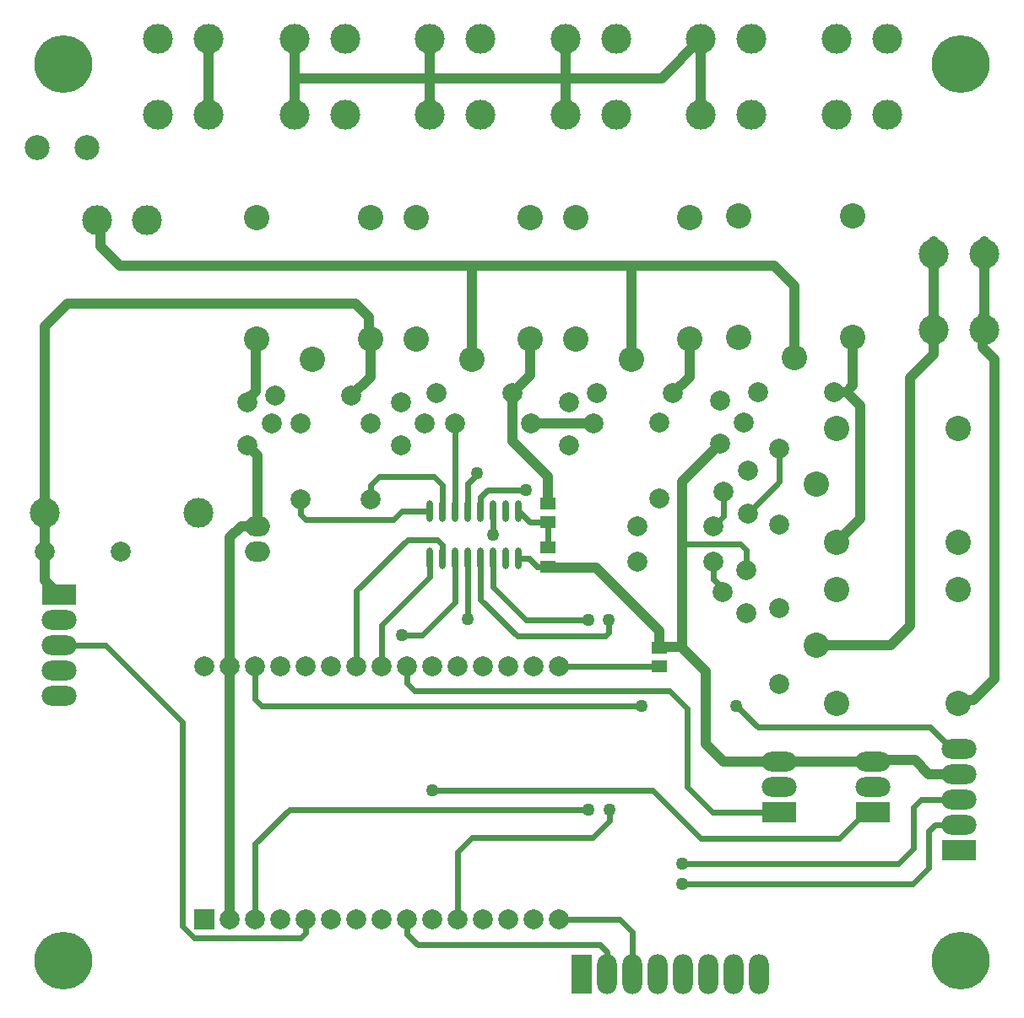
<source format=gbr>
G04*
G04 #@! TF.GenerationSoftware,Altium Limited,Altium Designer,24.3.1 (35)*
G04*
G04 Layer_Physical_Order=1*
G04 Layer_Color=255*
%FSLAX25Y25*%
%MOIN*%
G70*
G04*
G04 #@! TF.SameCoordinates,46AF65BB-AA63-4F94-AAD3-FE113F2D5473*
G04*
G04*
G04 #@! TF.FilePolarity,Positive*
G04*
G01*
G75*
%ADD19O,0.02362X0.08661*%
%ADD20R,0.05906X0.05118*%
%ADD37C,0.02362*%
%ADD38C,0.03937*%
%ADD39C,0.07874*%
%ADD40R,0.07874X0.07874*%
%ADD41C,0.11811*%
%ADD42C,0.10000*%
%ADD43O,0.09843X0.07874*%
%ADD44O,0.13780X0.07874*%
%ADD45R,0.13780X0.07874*%
%ADD46O,0.07874X0.15748*%
%ADD47R,0.07874X0.15748*%
%ADD48O,0.07874X0.15748*%
%ADD49C,0.09843*%
%ADD50C,0.22835*%
%ADD51C,0.05000*%
%ADD52C,0.03937*%
D19*
X199500Y197449D02*
D03*
X194500D02*
D03*
X189500D02*
D03*
X184500D02*
D03*
X179500D02*
D03*
X174500D02*
D03*
X169500D02*
D03*
X164500D02*
D03*
X199500Y178551D02*
D03*
X194500D02*
D03*
X189500D02*
D03*
X184500D02*
D03*
X179500D02*
D03*
X174500D02*
D03*
X169500D02*
D03*
X164500D02*
D03*
D20*
X211000Y183000D02*
D03*
Y175520D02*
D03*
Y193000D02*
D03*
Y200480D02*
D03*
X255000Y143500D02*
D03*
Y136020D02*
D03*
D37*
X271500Y68000D02*
X326047D01*
X165500Y87000D02*
X252500Y87000D01*
X271500Y68000D01*
X266000Y88500D02*
X276000Y78500D01*
X302500D01*
X235500Y75000D02*
Y79500D01*
X228806Y68306D02*
X235500Y75000D01*
X336547Y78500D02*
X339500D01*
X326047Y68000D02*
X336547Y78500D01*
X294000Y112000D02*
X362047D01*
X285500Y120500D02*
X294000Y112000D01*
X264000Y50000D02*
X355000D01*
X263500Y58000D02*
X264000D01*
X175500Y36000D02*
Y62616D01*
X349500Y58000D02*
X355500Y64000D01*
X264000Y58000D02*
X349500Y58000D01*
X175500Y62616D02*
X181190Y68306D01*
X228806D01*
X155500Y30000D02*
X159600Y25900D01*
X155500Y30000D02*
Y36000D01*
X159600Y25900D02*
X231600D01*
X355000Y50000D02*
X361500Y56500D01*
Y71000D01*
X364000Y73500D01*
X373500D01*
X355500Y64000D02*
Y80500D01*
X358500Y83500D02*
X373500D01*
X355500Y80500D02*
X358500Y83500D01*
X362047Y112000D02*
X370547Y103500D01*
X373500D01*
X95500Y123000D02*
X98000Y120500D01*
X248000D01*
X266000Y88500D02*
Y119500D01*
X259000Y126500D02*
X266000Y119500D01*
X95500Y123000D02*
Y136000D01*
X109000Y79500D02*
X227000D01*
X95500Y66000D02*
X109000Y79500D01*
X95500Y36000D02*
Y66000D01*
X264000Y184500D02*
X287000D01*
X289500Y182000D01*
Y174000D02*
Y182000D01*
X276500Y170492D02*
Y179000D01*
Y170492D02*
X280000Y166991D01*
Y165500D02*
Y166991D01*
X158500Y126500D02*
X259000D01*
X155500Y129500D02*
Y136000D01*
Y129500D02*
X158500Y126500D01*
X233616Y148000D02*
X235000Y149384D01*
X199000Y148000D02*
X233616D01*
X184500Y162500D02*
X199000Y148000D01*
X235000Y149384D02*
Y154500D01*
X202500D02*
X227000D01*
X189500Y167500D02*
X202500Y154500D01*
X189500Y167500D02*
Y178551D01*
Y188000D02*
Y197449D01*
X179500D02*
Y208286D01*
X183000Y211786D01*
Y212500D01*
X174500Y197449D02*
Y232000D01*
X184500Y162500D02*
Y178551D01*
X135500Y136000D02*
Y166000D01*
X155600Y186100D02*
X167500D01*
X135500Y166000D02*
X155600Y186100D01*
X174500Y161500D02*
Y178551D01*
X161500Y148500D02*
X174500Y161500D01*
X153500Y148500D02*
X161500D01*
X71500Y28800D02*
X113500D01*
X115500Y30800D02*
Y36000D01*
X66800Y33500D02*
X71500Y28800D01*
X113500D02*
X115500Y30800D01*
X254990Y136010D02*
X255000Y136020D01*
X215510Y136010D02*
X254990D01*
X215500Y136000D02*
X215510Y136010D01*
X145500Y152500D02*
X164500Y171500D01*
X145500Y136000D02*
Y152500D01*
X164500Y171500D02*
Y178551D01*
X141000Y202000D02*
X141177Y202177D01*
Y207677D02*
X144500Y211000D01*
X141177Y202177D02*
Y207677D01*
X113500Y196000D02*
X115500Y194000D01*
X113500Y196000D02*
Y202000D01*
X115500Y194000D02*
X150000D01*
X153449Y197449D02*
X164500D01*
X150000Y194000D02*
X153449Y197449D01*
X144500Y211000D02*
X166100D01*
X164500Y195000D02*
Y197449D01*
X179500Y154750D02*
Y178551D01*
X203949Y193000D02*
X211000D01*
X199500Y197449D02*
X203949Y193000D01*
X280500Y195500D02*
Y205000D01*
X276500Y191500D02*
X280500Y195500D01*
X66800Y33500D02*
Y114100D01*
X36400Y144500D02*
X66800Y114100D01*
X18000Y144500D02*
X36400D01*
X167500Y186100D02*
X169500Y184100D01*
Y178551D02*
Y184100D01*
X234500Y14500D02*
Y23000D01*
X231600Y25900D02*
X234500Y23000D01*
X244500Y14500D02*
Y31000D01*
X239500Y36000D02*
X244500Y31000D01*
X215500Y36000D02*
X239500D01*
X187300Y205800D02*
X202500D01*
X184500Y203000D02*
X187300Y205800D01*
X184500Y197449D02*
Y203000D01*
X169500Y197449D02*
Y207600D01*
X166100Y211000D02*
X169500Y207600D01*
X302500Y209000D02*
Y222000D01*
X290000Y196500D02*
X302500Y209000D01*
X206731Y175520D02*
X211000D01*
X203700Y178551D02*
X206731Y175520D01*
X199500Y178551D02*
X203700D01*
X211000Y183000D02*
Y193000D01*
D38*
X273500Y105500D02*
X280500Y98500D01*
X302500D02*
X339500D01*
X280500D02*
X302500D01*
X273500Y105500D02*
Y133946D01*
X263723Y143723D02*
X273500Y133946D01*
X339500Y98500D02*
X340000Y99000D01*
X356000D01*
X361500Y93500D01*
X373500D01*
X264000Y184500D02*
Y209000D01*
Y144000D02*
Y184500D01*
X211591Y174929D02*
X230071D01*
X255000Y143500D02*
Y150000D01*
X230071Y174929D02*
X255000Y150000D01*
Y143723D02*
X263723D01*
X382811Y262189D02*
Y274000D01*
X383500D02*
Y304000D01*
X363500Y259500D02*
Y304000D01*
X354000Y250000D02*
X363500Y259500D01*
X387500Y131000D02*
Y257500D01*
X382811Y262189D02*
X387500Y257500D01*
X374160Y122660D02*
X379160D01*
X373000Y121500D02*
X374160Y122660D01*
X379160D02*
X387500Y131000D01*
X317000Y144500D02*
X346500D01*
X354000Y152000D01*
Y250000D01*
X325000Y185000D02*
X334400Y194400D01*
X263723Y143723D02*
X264000Y144000D01*
Y209000D02*
X279000Y224000D01*
X211000Y175520D02*
X211591Y174929D01*
X204500Y232000D02*
X229000D01*
X324000Y244500D02*
X329000D01*
X331500Y247000D02*
Y266000D01*
X329000Y244500D02*
X331500Y247000D01*
X329523Y243977D02*
X334400Y239100D01*
Y194400D02*
Y239100D01*
X140500Y266000D02*
X141000Y265500D01*
X140500Y266000D02*
Y274000D01*
X21500Y279500D02*
X135000D01*
X140500Y274000D01*
X12528Y270528D02*
X21500Y279500D01*
X12528Y196752D02*
Y270528D01*
X95626Y244691D02*
Y265126D01*
X96000Y265500D01*
X92500Y241565D02*
X95626Y244691D01*
X92500Y240500D02*
Y241565D01*
X243500Y294500D02*
X300500D01*
X181500D02*
X243500D01*
X244000Y294000D01*
Y257500D02*
Y294000D01*
X42000Y294500D02*
X181500D01*
X181000Y257500D02*
Y294000D01*
X181500Y294500D01*
X34507Y301993D02*
Y310993D01*
X33000Y312500D02*
X34507Y310993D01*
Y301993D02*
X42000Y294500D01*
X300500D02*
X308500Y286500D01*
Y258000D02*
Y286500D01*
X77000Y354000D02*
Y384000D01*
X271500Y354000D02*
Y384000D01*
X218000Y368500D02*
X256000D01*
X164500D02*
X218000D01*
Y384000D01*
Y354000D02*
Y368500D01*
X111000D02*
X164500D01*
X111000D02*
Y384000D01*
Y354000D02*
Y368500D01*
X164500D02*
Y384000D01*
Y354000D02*
Y368500D01*
X256000D02*
X271500Y384000D01*
X12500Y170000D02*
Y181500D01*
Y170000D02*
X18000Y164500D01*
X141000Y250500D02*
Y265500D01*
X133500Y243000D02*
X141000Y250500D01*
X267000D02*
Y265500D01*
X260500Y244000D02*
X267000Y250500D01*
X211000Y200480D02*
Y210973D01*
X197000Y224973D02*
X211000Y210973D01*
X197000Y224973D02*
Y244000D01*
X204000Y251000D02*
Y265500D01*
X197000Y244000D02*
X204000Y251000D01*
X96500Y191500D02*
Y219500D01*
X92500Y223500D02*
X96500Y219500D01*
X85500Y136000D02*
Y187000D01*
X90000Y191500D01*
X96500D01*
X12528Y189128D02*
Y196752D01*
X12500Y189100D02*
X12528Y189128D01*
X12500Y181500D02*
Y189100D01*
X85500Y36000D02*
Y136000D01*
D39*
X215500D02*
D03*
X205500D02*
D03*
X195500D02*
D03*
X185500D02*
D03*
X175500D02*
D03*
X165500D02*
D03*
X155500D02*
D03*
X145500D02*
D03*
X135500D02*
D03*
X125500D02*
D03*
X115500D02*
D03*
X105500D02*
D03*
X95500D02*
D03*
X85500D02*
D03*
X75500D02*
D03*
X215500Y36000D02*
D03*
X205500D02*
D03*
X195500D02*
D03*
X185500D02*
D03*
X175500D02*
D03*
X165500D02*
D03*
X155500D02*
D03*
X145500D02*
D03*
X135500D02*
D03*
X125500D02*
D03*
X115500D02*
D03*
X105500D02*
D03*
X95500D02*
D03*
X85500D02*
D03*
X289500Y174000D02*
D03*
X280000Y165500D02*
D03*
X289500Y157000D02*
D03*
X302500Y159000D02*
D03*
Y129000D02*
D03*
X276500Y177500D02*
D03*
X246500D02*
D03*
X92500Y240500D02*
D03*
X102000Y232000D02*
D03*
X92500Y223500D02*
D03*
X133500Y243000D02*
D03*
X103500D02*
D03*
X113500Y202000D02*
D03*
Y232000D02*
D03*
X153000Y240500D02*
D03*
X162500Y232000D02*
D03*
X153000Y223500D02*
D03*
X141000Y202000D02*
D03*
Y232000D02*
D03*
X197000Y244000D02*
D03*
X167000D02*
D03*
X174500Y232000D02*
D03*
X204500D02*
D03*
X219500Y240500D02*
D03*
X229000Y232000D02*
D03*
X219500Y223500D02*
D03*
X260500Y244000D02*
D03*
X230500D02*
D03*
X255000Y202500D02*
D03*
Y232500D02*
D03*
X279000Y241000D02*
D03*
X288500Y232500D02*
D03*
X279000Y224000D02*
D03*
X324000Y244500D02*
D03*
X294000D02*
D03*
X246500Y191500D02*
D03*
X276500D02*
D03*
X302500Y192000D02*
D03*
Y222000D02*
D03*
X290000Y196500D02*
D03*
X280500Y205000D02*
D03*
X290000Y213500D02*
D03*
X12500Y181500D02*
D03*
X42500D02*
D03*
D40*
X75500Y36000D02*
D03*
D41*
X383500Y299000D02*
D03*
Y269000D02*
D03*
X363500Y299000D02*
D03*
Y269000D02*
D03*
X12528Y196752D02*
D03*
X73157D02*
D03*
X33000Y312500D02*
D03*
X52685D02*
D03*
X77000Y384000D02*
D03*
Y354000D02*
D03*
X57000Y384000D02*
D03*
Y354000D02*
D03*
X131000Y384000D02*
D03*
Y354000D02*
D03*
X111000Y384000D02*
D03*
Y354000D02*
D03*
X184500Y384000D02*
D03*
Y354000D02*
D03*
X164500Y384000D02*
D03*
Y354000D02*
D03*
X238000Y384000D02*
D03*
Y354000D02*
D03*
X218000Y384000D02*
D03*
Y354000D02*
D03*
X291500Y384000D02*
D03*
Y354000D02*
D03*
X271500Y384000D02*
D03*
Y354000D02*
D03*
X345000Y384000D02*
D03*
Y354000D02*
D03*
X325000Y384000D02*
D03*
Y354000D02*
D03*
D42*
Y166500D02*
D03*
Y121500D02*
D03*
X317000Y144500D02*
D03*
X373000Y166500D02*
D03*
Y121500D02*
D03*
Y185000D02*
D03*
Y230000D02*
D03*
X317000Y208000D02*
D03*
X325000Y185000D02*
D03*
Y230000D02*
D03*
X141000Y313500D02*
D03*
X96000D02*
D03*
X118000Y257500D02*
D03*
X141000Y265500D02*
D03*
X96000D02*
D03*
X204000Y313500D02*
D03*
X159000D02*
D03*
X181000Y257500D02*
D03*
X204000Y265500D02*
D03*
X159000D02*
D03*
X267000Y313500D02*
D03*
X222000D02*
D03*
X244000Y257500D02*
D03*
X267000Y265500D02*
D03*
X222000D02*
D03*
X331500Y314000D02*
D03*
X286500D02*
D03*
X308500Y258000D02*
D03*
X331500Y266000D02*
D03*
X286500D02*
D03*
D43*
X96500Y181500D02*
D03*
Y191500D02*
D03*
D44*
X373500Y73500D02*
D03*
Y83500D02*
D03*
Y93500D02*
D03*
Y103500D02*
D03*
X339500Y88500D02*
D03*
Y98500D02*
D03*
X302500Y88500D02*
D03*
Y98500D02*
D03*
X18000Y154500D02*
D03*
Y144500D02*
D03*
Y134500D02*
D03*
Y124500D02*
D03*
D45*
X373500Y63500D02*
D03*
X339500Y78500D02*
D03*
X302500D02*
D03*
X18000Y164500D02*
D03*
D46*
X264500Y14500D02*
D03*
X244500D02*
D03*
X254500D02*
D03*
X284500D02*
D03*
X274500D02*
D03*
X294500D02*
D03*
D47*
X224500D02*
D03*
D48*
X234500D02*
D03*
D49*
X9315Y341000D02*
D03*
X29000D02*
D03*
D50*
X19685Y19685D02*
D03*
Y374016D02*
D03*
X374016D02*
D03*
Y19685D02*
D03*
D51*
X165500Y87000D02*
D03*
X264000Y58000D02*
D03*
Y50000D02*
D03*
X285500Y120500D02*
D03*
X248000D02*
D03*
X235500Y79500D02*
D03*
X227000D02*
D03*
X235000Y154500D02*
D03*
X227000D02*
D03*
X189500Y188000D02*
D03*
X183000Y212500D02*
D03*
X153500Y148500D02*
D03*
X179500Y154750D02*
D03*
X202500Y205800D02*
D03*
D52*
X25810Y13560D02*
D03*
X13560D02*
D03*
X11024Y19685D02*
D03*
X13560Y25810D02*
D03*
X26006Y25908D02*
D03*
X28543Y19783D02*
D03*
X19685Y11024D02*
D03*
Y28346D02*
D03*
X25810Y367891D02*
D03*
X13560D02*
D03*
X11024Y374016D02*
D03*
X13560Y380140D02*
D03*
X26006Y380239D02*
D03*
X28543Y374114D02*
D03*
X19685Y365354D02*
D03*
Y382677D02*
D03*
X380140Y367891D02*
D03*
X367891D02*
D03*
X365354Y374016D02*
D03*
X367891Y380140D02*
D03*
X380337Y380239D02*
D03*
X382874Y374114D02*
D03*
X374016Y365354D02*
D03*
Y382677D02*
D03*
X380140Y13560D02*
D03*
X367891D02*
D03*
X365354Y19685D02*
D03*
X367891Y25810D02*
D03*
X380337Y25908D02*
D03*
X382874Y19783D02*
D03*
X374016Y11024D02*
D03*
Y28346D02*
D03*
M02*

</source>
